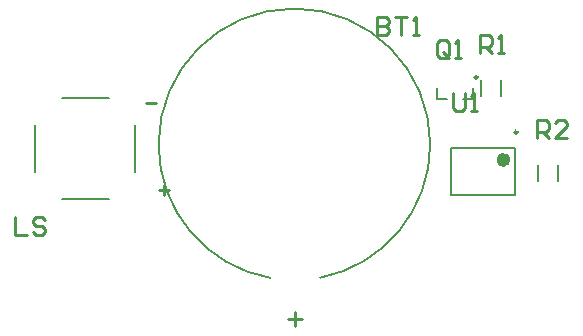
<source format=gbr>
%TF.GenerationSoftware,Altium Limited,Altium Designer,20.0.13 (296)*%
G04 Layer_Color=65535*
%FSLAX45Y45*%
%MOMM*%
%TF.FileFunction,Legend,Top*%
%TF.Part,Single*%
G01*
G75*
%TA.AperFunction,NonConductor*%
%ADD20C,0.20000*%
%ADD21C,0.12700*%
%ADD22C,0.25400*%
%ADD28C,0.25000*%
%ADD29C,0.60000*%
D20*
X13839700Y6143600D02*
X14379700D01*
X13839700Y5743600D02*
X14379700D01*
Y6143600D01*
X13839700Y5743600D02*
Y6143600D01*
X14018401Y6559400D02*
Y6649400D01*
X13938400Y6559400D02*
X14018401D01*
X13718401D02*
Y6649400D01*
Y6559400D02*
X13798399D01*
D21*
X12728660Y5046101D02*
G03*
X13659500Y6175300I-219494J1129199D01*
G01*
X11359500Y6175300D02*
G03*
X12309146Y5043557I1149202J0D01*
G01*
X12509500Y7325300D02*
G03*
X11359500Y6175300I0J-1150000D01*
G01*
X13659500D02*
G03*
X12509500Y7325300I-1150000J0D01*
G01*
X11163600Y5941200D02*
Y6341200D01*
X10538600Y6566200D02*
X10938600D01*
X10313600Y5941200D02*
Y6341200D01*
X10538600Y5716200D02*
X10938600D01*
X14258200Y6583400D02*
Y6717400D01*
X14088200Y6583400D02*
Y6717400D01*
X14570799Y5863900D02*
Y5997900D01*
X14740800Y5863900D02*
Y5997900D01*
D22*
X11254642Y6526711D02*
X11339288D01*
X11364085Y5791409D02*
X11448790D01*
X11406438Y5833762D02*
Y5749056D01*
X12515883Y4751790D02*
Y4633086D01*
X12575235Y4692438D02*
X12456531D01*
X14084300Y6949440D02*
Y7101791D01*
X14160475D01*
X14185867Y7076399D01*
Y7025615D01*
X14160475Y7000223D01*
X14084300D01*
X14135083D02*
X14185867Y6949440D01*
X14236652D02*
X14287434D01*
X14262044D01*
Y7101791D01*
X14236652Y7076399D01*
X14566901Y6230620D02*
Y6382971D01*
X14643076D01*
X14668468Y6357579D01*
Y6306795D01*
X14643076Y6281403D01*
X14566901D01*
X14617683D02*
X14668468Y6230620D01*
X14820818D02*
X14719250D01*
X14820818Y6332187D01*
Y6357579D01*
X14795425Y6382971D01*
X14744643D01*
X14719250Y6357579D01*
X10147341Y5562575D02*
Y5410225D01*
X10248908D01*
X10401259Y5537183D02*
X10375867Y5562575D01*
X10325084D01*
X10299692Y5537183D01*
Y5511792D01*
X10325084Y5486400D01*
X10375867D01*
X10401259Y5461008D01*
Y5435617D01*
X10375867Y5410225D01*
X10325084D01*
X10299692Y5435617D01*
X13208058Y7256975D02*
Y7104625D01*
X13284233D01*
X13309625Y7130016D01*
Y7155408D01*
X13284233Y7180800D01*
X13208058D01*
X13284233D01*
X13309625Y7206192D01*
Y7231583D01*
X13284233Y7256975D01*
X13208058D01*
X13360408D02*
X13461977D01*
X13411192D01*
Y7104625D01*
X13512759D02*
X13563544D01*
X13538152D01*
Y7256975D01*
X13512759Y7231583D01*
X13853160Y6614111D02*
Y6487152D01*
X13878552Y6461760D01*
X13929335D01*
X13954727Y6487152D01*
Y6614111D01*
X14005511Y6461760D02*
X14056294D01*
X14030904D01*
Y6614111D01*
X14005511Y6588719D01*
X13816547Y6929852D02*
Y7031419D01*
X13791156Y7056811D01*
X13740372D01*
X13714980Y7031419D01*
Y6929852D01*
X13740372Y6904460D01*
X13791156D01*
X13765764Y6955243D02*
X13816547Y6904460D01*
X13791156D02*
X13816547Y6929852D01*
X13867331Y6904460D02*
X13918114D01*
X13892723D01*
Y7056811D01*
X13867331Y7031419D01*
D28*
X14397701Y6278600D02*
G03*
X14397701Y6278600I-12500J0D01*
G01*
X14060899Y6741900D02*
G03*
X14060899Y6741900I-12500J0D01*
G01*
D29*
X14309700Y6043600D02*
G03*
X14309700Y6043600I-30000J0D01*
G01*
%TF.MD5,eb77aa0e012fa6e92f485839f566403d*%
M02*

</source>
